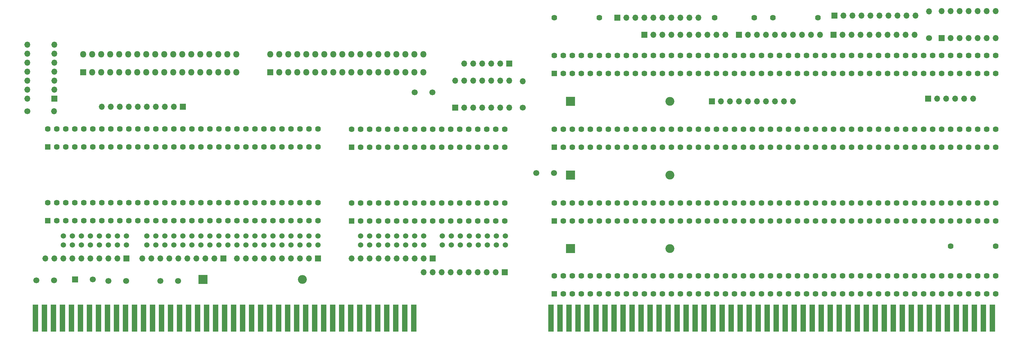
<source format=gbr>
G04 #@! TF.GenerationSoftware,KiCad,Pcbnew,(5.1.6)-1*
G04 #@! TF.CreationDate,2022-01-22T19:31:02+00:00*
G04 #@! TF.ProjectId,Daughterboard,44617567-6874-4657-9262-6f6172642e6b,rev?*
G04 #@! TF.SameCoordinates,Original*
G04 #@! TF.FileFunction,Soldermask,Bot*
G04 #@! TF.FilePolarity,Negative*
%FSLAX46Y46*%
G04 Gerber Fmt 4.6, Leading zero omitted, Abs format (unit mm)*
G04 Created by KiCad (PCBNEW (5.1.6)-1) date 2022-01-22 19:31:02*
%MOMM*%
%LPD*%
G01*
G04 APERTURE LIST*
%ADD10C,1.624000*%
%ADD11R,1.624000X1.624000*%
%ADD12R,1.700000X1.700000*%
%ADD13C,1.700000*%
%ADD14O,1.700000X1.700000*%
%ADD15R,1.800000X1.800000*%
%ADD16O,1.800000X1.800000*%
%ADD17O,2.500000X2.500000*%
%ADD18R,2.500000X2.500000*%
%ADD19R,1.624000X7.720000*%
%ADD20C,1.500000*%
G04 APERTURE END LIST*
D10*
G04 #@! TO.C,CN752*
X11811000Y-117475000D03*
X14351000Y-122555000D03*
X14351000Y-117475000D03*
D11*
X11811000Y-122555000D03*
D10*
X16891000Y-122555000D03*
X32131000Y-122555000D03*
X21971000Y-117475000D03*
X24511000Y-122555000D03*
X34671000Y-117475000D03*
X37211000Y-122555000D03*
X37211000Y-117475000D03*
X39751000Y-117475000D03*
X42291000Y-122555000D03*
X44831000Y-122555000D03*
X47371000Y-122555000D03*
X49911000Y-117475000D03*
X27051000Y-122555000D03*
X47371000Y-117475000D03*
X49911000Y-122555000D03*
X19431000Y-122555000D03*
X21971000Y-122555000D03*
X57531000Y-122555000D03*
X57531000Y-117475000D03*
X60071000Y-122555000D03*
X19431000Y-117475000D03*
X42291000Y-117475000D03*
X52451000Y-122555000D03*
X60071000Y-117475000D03*
X27051000Y-117475000D03*
X54991000Y-122555000D03*
X44831000Y-117475000D03*
X24511000Y-117475000D03*
X29591000Y-122555000D03*
X52451000Y-117475000D03*
X16891000Y-117475000D03*
X32131000Y-117475000D03*
X39751000Y-122555000D03*
X54991000Y-117475000D03*
X62611000Y-122555000D03*
X29591000Y-117475000D03*
X62611000Y-117475000D03*
X34671000Y-122555000D03*
X80391000Y-122555000D03*
X75311000Y-117475000D03*
X65151000Y-122555000D03*
X70231000Y-122555000D03*
X75311000Y-122555000D03*
X72771000Y-122555000D03*
X85471000Y-117475000D03*
X65151000Y-117475000D03*
X67691000Y-117475000D03*
X70231000Y-117475000D03*
X88011000Y-117475000D03*
X88011000Y-122555000D03*
X77851000Y-117475000D03*
X82931000Y-122555000D03*
X72771000Y-117475000D03*
X80391000Y-117475000D03*
X77851000Y-122555000D03*
X82931000Y-117475000D03*
X85471000Y-122555000D03*
X67691000Y-122555000D03*
G04 #@! TD*
G04 #@! TO.C,CN600*
X279146000Y-138176000D03*
X279146000Y-143256000D03*
X276606000Y-138176000D03*
X276606000Y-143256000D03*
X274066000Y-138176000D03*
X274066000Y-143256000D03*
X271526000Y-138176000D03*
X271526000Y-143256000D03*
X268986000Y-138176000D03*
X268986000Y-143256000D03*
X266446000Y-138176000D03*
X266446000Y-143256000D03*
X263906000Y-138176000D03*
X263906000Y-143256000D03*
X261366000Y-138176000D03*
X261366000Y-143256000D03*
X258826000Y-138176000D03*
X258826000Y-143256000D03*
X256286000Y-138176000D03*
X256286000Y-143256000D03*
X253746000Y-138176000D03*
X253746000Y-143256000D03*
X251206000Y-138176000D03*
X251206000Y-143256000D03*
X248666000Y-138176000D03*
X248666000Y-143256000D03*
X246126000Y-138176000D03*
X246126000Y-143256000D03*
X243586000Y-138176000D03*
X243586000Y-143256000D03*
X241046000Y-138176000D03*
X241046000Y-143256000D03*
X238506000Y-138176000D03*
X238506000Y-143256000D03*
X235966000Y-138176000D03*
X235966000Y-143256000D03*
X233426000Y-138176000D03*
X233426000Y-143256000D03*
X230886000Y-138176000D03*
X230886000Y-143256000D03*
X228346000Y-138176000D03*
X228346000Y-143256000D03*
X225806000Y-138176000D03*
X225806000Y-143256000D03*
X223266000Y-138176000D03*
X223266000Y-143256000D03*
X220726000Y-138176000D03*
X220726000Y-143256000D03*
X218186000Y-138176000D03*
X218186000Y-143256000D03*
X215646000Y-138176000D03*
X215646000Y-143256000D03*
X213106000Y-138176000D03*
X213106000Y-143256000D03*
X210566000Y-138176000D03*
X210566000Y-143256000D03*
X208026000Y-138176000D03*
X208026000Y-143256000D03*
X205486000Y-138176000D03*
X205486000Y-143256000D03*
X202946000Y-138176000D03*
X202946000Y-143256000D03*
X200406000Y-138176000D03*
X200406000Y-143256000D03*
X197866000Y-138176000D03*
X197866000Y-143256000D03*
X195326000Y-138176000D03*
X195326000Y-143256000D03*
X192786000Y-138176000D03*
X192786000Y-143256000D03*
X190246000Y-138176000D03*
X190246000Y-143256000D03*
X187706000Y-138176000D03*
X187706000Y-143256000D03*
X185166000Y-138176000D03*
X185166000Y-143256000D03*
X182626000Y-138176000D03*
X182626000Y-143256000D03*
X180086000Y-138176000D03*
X180086000Y-143256000D03*
X177546000Y-138176000D03*
X177546000Y-143256000D03*
X175006000Y-138176000D03*
X175006000Y-143256000D03*
X172466000Y-138176000D03*
X172466000Y-143256000D03*
X169926000Y-138176000D03*
X169926000Y-143256000D03*
X167386000Y-138176000D03*
X167386000Y-143256000D03*
X164846000Y-138176000D03*
X164846000Y-143256000D03*
X162306000Y-138176000D03*
X162306000Y-143256000D03*
X159766000Y-138176000D03*
X159766000Y-143256000D03*
X157226000Y-138176000D03*
X157226000Y-143256000D03*
X154686000Y-138176000D03*
D11*
X154686000Y-143256000D03*
G04 #@! TD*
D10*
G04 #@! TO.C,CN603*
X279146000Y-75946000D03*
X279146000Y-81026000D03*
X276606000Y-75946000D03*
X276606000Y-81026000D03*
X274066000Y-75946000D03*
X274066000Y-81026000D03*
X271526000Y-75946000D03*
X271526000Y-81026000D03*
X268986000Y-75946000D03*
X268986000Y-81026000D03*
X266446000Y-75946000D03*
X266446000Y-81026000D03*
X263906000Y-75946000D03*
X263906000Y-81026000D03*
X261366000Y-75946000D03*
X261366000Y-81026000D03*
X258826000Y-75946000D03*
X258826000Y-81026000D03*
X256286000Y-75946000D03*
X256286000Y-81026000D03*
X253746000Y-75946000D03*
X253746000Y-81026000D03*
X251206000Y-75946000D03*
X251206000Y-81026000D03*
X248666000Y-75946000D03*
X248666000Y-81026000D03*
X246126000Y-75946000D03*
X246126000Y-81026000D03*
X243586000Y-75946000D03*
X243586000Y-81026000D03*
X241046000Y-75946000D03*
X241046000Y-81026000D03*
X238506000Y-75946000D03*
X238506000Y-81026000D03*
X235966000Y-75946000D03*
X235966000Y-81026000D03*
X233426000Y-75946000D03*
X233426000Y-81026000D03*
X230886000Y-75946000D03*
X230886000Y-81026000D03*
X228346000Y-75946000D03*
X228346000Y-81026000D03*
X225806000Y-75946000D03*
X225806000Y-81026000D03*
X223266000Y-75946000D03*
X223266000Y-81026000D03*
X220726000Y-75946000D03*
X220726000Y-81026000D03*
X218186000Y-75946000D03*
X218186000Y-81026000D03*
X215646000Y-75946000D03*
X215646000Y-81026000D03*
X213106000Y-75946000D03*
X213106000Y-81026000D03*
X210566000Y-75946000D03*
X210566000Y-81026000D03*
X208026000Y-75946000D03*
X208026000Y-81026000D03*
X205486000Y-75946000D03*
X205486000Y-81026000D03*
X202946000Y-75946000D03*
X202946000Y-81026000D03*
X200406000Y-75946000D03*
X200406000Y-81026000D03*
X197866000Y-75946000D03*
X197866000Y-81026000D03*
X195326000Y-75946000D03*
X195326000Y-81026000D03*
X192786000Y-75946000D03*
X192786000Y-81026000D03*
X190246000Y-75946000D03*
X190246000Y-81026000D03*
X187706000Y-75946000D03*
X187706000Y-81026000D03*
X185166000Y-75946000D03*
X185166000Y-81026000D03*
X182626000Y-75946000D03*
X182626000Y-81026000D03*
X180086000Y-75946000D03*
X180086000Y-81026000D03*
X177546000Y-75946000D03*
X177546000Y-81026000D03*
X175006000Y-75946000D03*
X175006000Y-81026000D03*
X172466000Y-75946000D03*
X172466000Y-81026000D03*
X169926000Y-75946000D03*
X169926000Y-81026000D03*
X167386000Y-75946000D03*
X167386000Y-81026000D03*
X164846000Y-75946000D03*
X164846000Y-81026000D03*
X162306000Y-75946000D03*
X162306000Y-81026000D03*
X159766000Y-75946000D03*
X159766000Y-81026000D03*
X157226000Y-75946000D03*
X157226000Y-81026000D03*
X154686000Y-75946000D03*
D11*
X154686000Y-81026000D03*
G04 #@! TD*
D12*
G04 #@! TO.C,C751*
X19558000Y-139192000D03*
D13*
X24558000Y-139192000D03*
G04 #@! TD*
D10*
G04 #@! TO.C,CN755*
X130556000Y-122682000D03*
X125476000Y-117602000D03*
X107696000Y-117602000D03*
X110236000Y-117602000D03*
X122936000Y-117602000D03*
X102616000Y-117602000D03*
X135636000Y-117602000D03*
X120396000Y-117602000D03*
X110236000Y-122682000D03*
X115316000Y-117602000D03*
X138176000Y-122682000D03*
X130556000Y-117602000D03*
X105156000Y-117602000D03*
X128016000Y-117602000D03*
X135636000Y-122682000D03*
X138176000Y-117602000D03*
X120396000Y-122682000D03*
X117856000Y-117602000D03*
X128016000Y-122682000D03*
X122936000Y-122682000D03*
X125476000Y-122682000D03*
X107696000Y-122682000D03*
X112776000Y-117602000D03*
X133096000Y-117602000D03*
X140716000Y-117602000D03*
X115316000Y-122682000D03*
X140716000Y-122682000D03*
X105156000Y-122682000D03*
X112776000Y-122682000D03*
X133096000Y-122682000D03*
X117856000Y-122682000D03*
X102616000Y-122682000D03*
X100076000Y-122682000D03*
X100076000Y-117602000D03*
X97536000Y-117602000D03*
D11*
X97536000Y-122682000D03*
G04 #@! TD*
D14*
G04 #@! TO.C,RP752*
X117856000Y-137160000D03*
X120396000Y-137160000D03*
X122936000Y-137160000D03*
X125476000Y-137160000D03*
X128016000Y-137160000D03*
X130556000Y-137160000D03*
X133096000Y-137160000D03*
X135636000Y-137160000D03*
X138176000Y-137160000D03*
D12*
X140716000Y-137160000D03*
G04 #@! TD*
D14*
G04 #@! TO.C,RP753*
X97536000Y-133223000D03*
X100076000Y-133223000D03*
X102616000Y-133223000D03*
X105156000Y-133223000D03*
X107696000Y-133223000D03*
X110236000Y-133223000D03*
X112776000Y-133223000D03*
X115316000Y-133223000D03*
X117856000Y-133223000D03*
D12*
X120396000Y-133223000D03*
G04 #@! TD*
D13*
G04 #@! TO.C,C458*
X33956000Y-139573000D03*
X28956000Y-139573000D03*
G04 #@! TD*
G04 #@! TO.C,C752*
X13636000Y-139446000D03*
X8636000Y-139446000D03*
G04 #@! TD*
G04 #@! TO.C,C753*
X48561000Y-139573000D03*
X43561000Y-139573000D03*
G04 #@! TD*
G04 #@! TO.C,C754*
X154606000Y-109093000D03*
X149606000Y-109093000D03*
G04 #@! TD*
G04 #@! TO.C,C849*
X120316000Y-86360000D03*
X115316000Y-86360000D03*
G04 #@! TD*
D15*
G04 #@! TO.C,CN451*
X21844000Y-80645000D03*
D16*
X47244000Y-75565000D03*
X54864000Y-80645000D03*
X49784000Y-80645000D03*
X52324000Y-80645000D03*
X62484000Y-75565000D03*
X44704000Y-80645000D03*
X59944000Y-75565000D03*
X26924000Y-80645000D03*
X47244000Y-80645000D03*
X62484000Y-80645000D03*
X34544000Y-80645000D03*
X65024000Y-75565000D03*
X26924000Y-75565000D03*
X42164000Y-75565000D03*
X29464000Y-75565000D03*
X44704000Y-75565000D03*
X21844000Y-75565000D03*
X37084000Y-75565000D03*
X24384000Y-80645000D03*
X39624000Y-80645000D03*
X49784000Y-75565000D03*
X29464000Y-80645000D03*
X42164000Y-80645000D03*
X59944000Y-80645000D03*
X65024000Y-80645000D03*
X39624000Y-75565000D03*
X57404000Y-80645000D03*
X57404000Y-75565000D03*
X52324000Y-75565000D03*
X37084000Y-80645000D03*
X32004000Y-80645000D03*
X54864000Y-75565000D03*
X24384000Y-75565000D03*
X32004000Y-75565000D03*
X34544000Y-75565000D03*
G04 #@! TD*
D15*
G04 #@! TO.C,CN452*
X74549000Y-80645000D03*
D16*
X99949000Y-75565000D03*
X107569000Y-80645000D03*
X102489000Y-80645000D03*
X105029000Y-80645000D03*
X115189000Y-75565000D03*
X97409000Y-80645000D03*
X112649000Y-75565000D03*
X79629000Y-80645000D03*
X99949000Y-80645000D03*
X115189000Y-80645000D03*
X87249000Y-80645000D03*
X117729000Y-75565000D03*
X79629000Y-75565000D03*
X94869000Y-75565000D03*
X82169000Y-75565000D03*
X97409000Y-75565000D03*
X74549000Y-75565000D03*
X89789000Y-75565000D03*
X77089000Y-80645000D03*
X92329000Y-80645000D03*
X102489000Y-75565000D03*
X82169000Y-80645000D03*
X94869000Y-80645000D03*
X112649000Y-80645000D03*
X117729000Y-80645000D03*
X92329000Y-75565000D03*
X110109000Y-80645000D03*
X110109000Y-75565000D03*
X105029000Y-75565000D03*
X89789000Y-80645000D03*
X84709000Y-80645000D03*
X107569000Y-75565000D03*
X77089000Y-75565000D03*
X84709000Y-75565000D03*
X87249000Y-75565000D03*
G04 #@! TD*
D10*
G04 #@! TO.C,CN751*
X11811000Y-96647000D03*
X14351000Y-101727000D03*
X14351000Y-96647000D03*
D11*
X11811000Y-101727000D03*
D10*
X16891000Y-101727000D03*
X32131000Y-101727000D03*
X21971000Y-96647000D03*
X24511000Y-101727000D03*
X34671000Y-96647000D03*
X37211000Y-101727000D03*
X37211000Y-96647000D03*
X39751000Y-96647000D03*
X42291000Y-101727000D03*
X44831000Y-101727000D03*
X47371000Y-101727000D03*
X49911000Y-96647000D03*
X27051000Y-101727000D03*
X47371000Y-96647000D03*
X49911000Y-101727000D03*
X19431000Y-101727000D03*
X21971000Y-101727000D03*
X57531000Y-101727000D03*
X57531000Y-96647000D03*
X60071000Y-101727000D03*
X19431000Y-96647000D03*
X42291000Y-96647000D03*
X52451000Y-101727000D03*
X60071000Y-96647000D03*
X27051000Y-96647000D03*
X54991000Y-101727000D03*
X44831000Y-96647000D03*
X24511000Y-96647000D03*
X29591000Y-101727000D03*
X52451000Y-96647000D03*
X16891000Y-96647000D03*
X32131000Y-96647000D03*
X39751000Y-101727000D03*
X54991000Y-96647000D03*
X62611000Y-101727000D03*
X29591000Y-96647000D03*
X62611000Y-96647000D03*
X34671000Y-101727000D03*
X80391000Y-101727000D03*
X75311000Y-96647000D03*
X65151000Y-101727000D03*
X70231000Y-101727000D03*
X75311000Y-101727000D03*
X72771000Y-101727000D03*
X85471000Y-96647000D03*
X65151000Y-96647000D03*
X67691000Y-96647000D03*
X70231000Y-96647000D03*
X88011000Y-96647000D03*
X88011000Y-101727000D03*
X77851000Y-96647000D03*
X82931000Y-101727000D03*
X72771000Y-96647000D03*
X80391000Y-96647000D03*
X77851000Y-101727000D03*
X82931000Y-96647000D03*
X85471000Y-101727000D03*
X67691000Y-101727000D03*
G04 #@! TD*
G04 #@! TO.C,CN754*
X130556000Y-101854000D03*
X125476000Y-96774000D03*
X107696000Y-96774000D03*
X110236000Y-96774000D03*
X122936000Y-96774000D03*
X102616000Y-96774000D03*
X135636000Y-96774000D03*
X120396000Y-96774000D03*
X110236000Y-101854000D03*
X115316000Y-96774000D03*
X138176000Y-101854000D03*
X130556000Y-96774000D03*
X105156000Y-96774000D03*
X128016000Y-96774000D03*
X135636000Y-101854000D03*
X138176000Y-96774000D03*
X120396000Y-101854000D03*
X117856000Y-96774000D03*
X128016000Y-101854000D03*
X122936000Y-101854000D03*
X125476000Y-101854000D03*
X107696000Y-101854000D03*
X112776000Y-96774000D03*
X133096000Y-96774000D03*
X140716000Y-96774000D03*
X115316000Y-101854000D03*
X140716000Y-101854000D03*
X105156000Y-101854000D03*
X112776000Y-101854000D03*
X133096000Y-101854000D03*
X117856000Y-101854000D03*
X102616000Y-101854000D03*
X100076000Y-101854000D03*
X100076000Y-96774000D03*
X97536000Y-96774000D03*
D11*
X97536000Y-101854000D03*
G04 #@! TD*
D10*
G04 #@! TO.C,CN602*
X279146000Y-96774000D03*
X279146000Y-101854000D03*
X276606000Y-96774000D03*
X276606000Y-101854000D03*
X274066000Y-96774000D03*
X274066000Y-101854000D03*
X271526000Y-96774000D03*
X271526000Y-101854000D03*
X268986000Y-96774000D03*
X268986000Y-101854000D03*
X266446000Y-96774000D03*
X266446000Y-101854000D03*
X263906000Y-96774000D03*
X263906000Y-101854000D03*
X261366000Y-96774000D03*
X261366000Y-101854000D03*
X258826000Y-96774000D03*
X258826000Y-101854000D03*
X256286000Y-96774000D03*
X256286000Y-101854000D03*
X253746000Y-96774000D03*
X253746000Y-101854000D03*
X251206000Y-96774000D03*
X251206000Y-101854000D03*
X248666000Y-96774000D03*
X248666000Y-101854000D03*
X246126000Y-96774000D03*
X246126000Y-101854000D03*
X243586000Y-96774000D03*
X243586000Y-101854000D03*
X241046000Y-96774000D03*
X241046000Y-101854000D03*
X238506000Y-96774000D03*
X238506000Y-101854000D03*
X235966000Y-96774000D03*
X235966000Y-101854000D03*
X233426000Y-96774000D03*
X233426000Y-101854000D03*
X230886000Y-96774000D03*
X230886000Y-101854000D03*
X228346000Y-96774000D03*
X228346000Y-101854000D03*
X225806000Y-96774000D03*
X225806000Y-101854000D03*
X223266000Y-96774000D03*
X223266000Y-101854000D03*
X220726000Y-96774000D03*
X220726000Y-101854000D03*
X218186000Y-96774000D03*
X218186000Y-101854000D03*
X215646000Y-96774000D03*
X215646000Y-101854000D03*
X213106000Y-96774000D03*
X213106000Y-101854000D03*
X210566000Y-96774000D03*
X210566000Y-101854000D03*
X208026000Y-96774000D03*
X208026000Y-101854000D03*
X205486000Y-96774000D03*
X205486000Y-101854000D03*
X202946000Y-96774000D03*
X202946000Y-101854000D03*
X200406000Y-96774000D03*
X200406000Y-101854000D03*
X197866000Y-96774000D03*
X197866000Y-101854000D03*
X195326000Y-96774000D03*
X195326000Y-101854000D03*
X192786000Y-96774000D03*
X192786000Y-101854000D03*
X190246000Y-96774000D03*
X190246000Y-101854000D03*
X187706000Y-96774000D03*
X187706000Y-101854000D03*
X185166000Y-96774000D03*
X185166000Y-101854000D03*
X182626000Y-96774000D03*
X182626000Y-101854000D03*
X180086000Y-96774000D03*
X180086000Y-101854000D03*
X177546000Y-96774000D03*
X177546000Y-101854000D03*
X175006000Y-96774000D03*
X175006000Y-101854000D03*
X172466000Y-96774000D03*
X172466000Y-101854000D03*
X169926000Y-96774000D03*
X169926000Y-101854000D03*
X167386000Y-96774000D03*
X167386000Y-101854000D03*
X164846000Y-96774000D03*
X164846000Y-101854000D03*
X162306000Y-96774000D03*
X162306000Y-101854000D03*
X159766000Y-96774000D03*
X159766000Y-101854000D03*
X157226000Y-96774000D03*
X157226000Y-101854000D03*
X154686000Y-96774000D03*
D11*
X154686000Y-101854000D03*
G04 #@! TD*
D10*
G04 #@! TO.C,CN601*
X279146000Y-117602000D03*
X279146000Y-122682000D03*
X276606000Y-117602000D03*
X276606000Y-122682000D03*
X274066000Y-117602000D03*
X274066000Y-122682000D03*
X271526000Y-117602000D03*
X271526000Y-122682000D03*
X268986000Y-117602000D03*
X268986000Y-122682000D03*
X266446000Y-117602000D03*
X266446000Y-122682000D03*
X263906000Y-117602000D03*
X263906000Y-122682000D03*
X261366000Y-117602000D03*
X261366000Y-122682000D03*
X258826000Y-117602000D03*
X258826000Y-122682000D03*
X256286000Y-117602000D03*
X256286000Y-122682000D03*
X253746000Y-117602000D03*
X253746000Y-122682000D03*
X251206000Y-117602000D03*
X251206000Y-122682000D03*
X248666000Y-117602000D03*
X248666000Y-122682000D03*
X246126000Y-117602000D03*
X246126000Y-122682000D03*
X243586000Y-117602000D03*
X243586000Y-122682000D03*
X241046000Y-117602000D03*
X241046000Y-122682000D03*
X238506000Y-117602000D03*
X238506000Y-122682000D03*
X235966000Y-117602000D03*
X235966000Y-122682000D03*
X233426000Y-117602000D03*
X233426000Y-122682000D03*
X230886000Y-117602000D03*
X230886000Y-122682000D03*
X228346000Y-117602000D03*
X228346000Y-122682000D03*
X225806000Y-117602000D03*
X225806000Y-122682000D03*
X223266000Y-117602000D03*
X223266000Y-122682000D03*
X220726000Y-117602000D03*
X220726000Y-122682000D03*
X218186000Y-117602000D03*
X218186000Y-122682000D03*
X215646000Y-117602000D03*
X215646000Y-122682000D03*
X213106000Y-117602000D03*
X213106000Y-122682000D03*
X210566000Y-117602000D03*
X210566000Y-122682000D03*
X208026000Y-117602000D03*
X208026000Y-122682000D03*
X205486000Y-117602000D03*
X205486000Y-122682000D03*
X202946000Y-117602000D03*
X202946000Y-122682000D03*
X200406000Y-117602000D03*
X200406000Y-122682000D03*
X197866000Y-117602000D03*
X197866000Y-122682000D03*
X195326000Y-117602000D03*
X195326000Y-122682000D03*
X192786000Y-117602000D03*
X192786000Y-122682000D03*
X190246000Y-117602000D03*
X190246000Y-122682000D03*
X187706000Y-117602000D03*
X187706000Y-122682000D03*
X185166000Y-117602000D03*
X185166000Y-122682000D03*
X182626000Y-117602000D03*
X182626000Y-122682000D03*
X180086000Y-117602000D03*
X180086000Y-122682000D03*
X177546000Y-117602000D03*
X177546000Y-122682000D03*
X175006000Y-117602000D03*
X175006000Y-122682000D03*
X172466000Y-117602000D03*
X172466000Y-122682000D03*
X169926000Y-117602000D03*
X169926000Y-122682000D03*
X167386000Y-117602000D03*
X167386000Y-122682000D03*
X164846000Y-117602000D03*
X164846000Y-122682000D03*
X162306000Y-117602000D03*
X162306000Y-122682000D03*
X159766000Y-117602000D03*
X159766000Y-122682000D03*
X157226000Y-117602000D03*
X157226000Y-122682000D03*
X154686000Y-117602000D03*
D11*
X154686000Y-122682000D03*
G04 #@! TD*
D10*
G04 #@! TO.C,R601*
X167386000Y-65278000D03*
X154686000Y-65278000D03*
G04 #@! TD*
G04 #@! TO.C,R603*
X228981000Y-65278000D03*
X216281000Y-65278000D03*
G04 #@! TD*
D17*
G04 #@! TO.C,C602*
X187258000Y-109728000D03*
D18*
X159258000Y-109728000D03*
G04 #@! TD*
D17*
G04 #@! TO.C,C603*
X187258000Y-88900000D03*
D18*
X159258000Y-88900000D03*
G04 #@! TD*
D10*
G04 #@! TO.C,R602*
X266446000Y-129794000D03*
X279146000Y-129794000D03*
G04 #@! TD*
D17*
G04 #@! TO.C,C601*
X187258000Y-130429000D03*
D18*
X159258000Y-130429000D03*
G04 #@! TD*
D19*
G04 #@! TO.C,EDGE1*
X278193500Y-150114000D03*
X275653500Y-150114000D03*
X273113500Y-150114000D03*
X270573500Y-150114000D03*
X268033500Y-150114000D03*
X265493500Y-150114000D03*
X262953500Y-150114000D03*
X260413500Y-150114000D03*
X257873500Y-150114000D03*
X255333500Y-150114000D03*
X252793500Y-150114000D03*
X250253500Y-150114000D03*
X247713500Y-150114000D03*
X245173500Y-150114000D03*
X242633500Y-150114000D03*
X240093500Y-150114000D03*
X237553500Y-150114000D03*
X235013500Y-150114000D03*
X232473500Y-150114000D03*
X229933500Y-150114000D03*
X227393500Y-150114000D03*
X224853500Y-150114000D03*
X222313500Y-150114000D03*
X219773500Y-150114000D03*
X217233500Y-150114000D03*
X214693500Y-150114000D03*
X212153500Y-150114000D03*
X209613500Y-150114000D03*
X207073500Y-150114000D03*
X204533500Y-150114000D03*
X201993500Y-150114000D03*
X199453500Y-150114000D03*
X196913500Y-150114000D03*
X194373500Y-150114000D03*
X191833500Y-150114000D03*
X189293500Y-150114000D03*
X186753500Y-150114000D03*
X184213500Y-150114000D03*
X181673500Y-150114000D03*
X179133500Y-150114000D03*
X176593500Y-150114000D03*
X174053500Y-150114000D03*
X171513500Y-150114000D03*
X168973500Y-150114000D03*
X166433500Y-150114000D03*
X163893500Y-150114000D03*
X161353500Y-150114000D03*
X158813500Y-150114000D03*
X156273500Y-150114000D03*
X153733500Y-150114000D03*
G04 #@! TD*
D12*
G04 #@! TO.C,U600*
X126746000Y-90678000D03*
D14*
X141986000Y-83058000D03*
X129286000Y-90678000D03*
X139446000Y-83058000D03*
X131826000Y-90678000D03*
X136906000Y-83058000D03*
X134366000Y-90678000D03*
X134366000Y-83058000D03*
X136906000Y-90678000D03*
X131826000Y-83058000D03*
X139446000Y-90678000D03*
X129286000Y-83058000D03*
X141986000Y-90678000D03*
X126746000Y-83058000D03*
G04 #@! TD*
D20*
G04 #@! TO.C,C784*
X100076000Y-126913000D03*
X100076000Y-129413000D03*
G04 #@! TD*
G04 #@! TO.C,C785*
X102616000Y-126913000D03*
X102616000Y-129413000D03*
G04 #@! TD*
G04 #@! TO.C,C788*
X110236000Y-126913000D03*
X110236000Y-129413000D03*
G04 #@! TD*
G04 #@! TO.C,C786*
X105156000Y-126913000D03*
X105156000Y-129413000D03*
G04 #@! TD*
G04 #@! TO.C,C787*
X107696000Y-126913000D03*
X107696000Y-129413000D03*
G04 #@! TD*
G04 #@! TO.C,C789*
X112776000Y-126913000D03*
X112776000Y-129413000D03*
G04 #@! TD*
G04 #@! TO.C,C790*
X115316000Y-126913000D03*
X115316000Y-129413000D03*
G04 #@! TD*
G04 #@! TO.C,C793*
X125603000Y-126913000D03*
X125603000Y-129413000D03*
G04 #@! TD*
G04 #@! TO.C,C794*
X128143000Y-126913000D03*
X128143000Y-129413000D03*
G04 #@! TD*
G04 #@! TO.C,C792*
X123063000Y-126913000D03*
X123063000Y-129413000D03*
G04 #@! TD*
G04 #@! TO.C,C795*
X130683000Y-126913000D03*
X130683000Y-129413000D03*
G04 #@! TD*
G04 #@! TO.C,C756*
X88011000Y-126913000D03*
X88011000Y-129413000D03*
G04 #@! TD*
G04 #@! TO.C,C757*
X85471000Y-126913000D03*
X85471000Y-129413000D03*
G04 #@! TD*
G04 #@! TO.C,C758*
X82931000Y-126913000D03*
X82931000Y-129413000D03*
G04 #@! TD*
G04 #@! TO.C,C759*
X80391000Y-126913000D03*
X80391000Y-129413000D03*
G04 #@! TD*
G04 #@! TO.C,C760*
X77851000Y-126913000D03*
X77851000Y-129413000D03*
G04 #@! TD*
G04 #@! TO.C,C761*
X75311000Y-126913000D03*
X75311000Y-129413000D03*
G04 #@! TD*
G04 #@! TO.C,C762*
X72771000Y-126913000D03*
X72771000Y-129413000D03*
G04 #@! TD*
G04 #@! TO.C,C763*
X70231000Y-126913000D03*
X70231000Y-129413000D03*
G04 #@! TD*
G04 #@! TO.C,C764*
X67691000Y-126913000D03*
X67691000Y-129413000D03*
G04 #@! TD*
G04 #@! TO.C,C765*
X65151000Y-126913000D03*
X65151000Y-129413000D03*
G04 #@! TD*
G04 #@! TO.C,C766*
X62611000Y-126913000D03*
X62611000Y-129413000D03*
G04 #@! TD*
G04 #@! TO.C,C767*
X60071000Y-126913000D03*
X60071000Y-129413000D03*
G04 #@! TD*
G04 #@! TO.C,C768*
X57531000Y-126913000D03*
X57531000Y-129413000D03*
G04 #@! TD*
G04 #@! TO.C,C769*
X54991000Y-126913000D03*
X54991000Y-129413000D03*
G04 #@! TD*
G04 #@! TO.C,C770*
X52451000Y-126913000D03*
X52451000Y-129413000D03*
G04 #@! TD*
G04 #@! TO.C,C771*
X49911000Y-126913000D03*
X49911000Y-129413000D03*
G04 #@! TD*
G04 #@! TO.C,C772*
X47371000Y-126913000D03*
X47371000Y-129413000D03*
G04 #@! TD*
G04 #@! TO.C,C773*
X44831000Y-126913000D03*
X44831000Y-129413000D03*
G04 #@! TD*
G04 #@! TO.C,C774*
X42291000Y-126913000D03*
X42291000Y-129413000D03*
G04 #@! TD*
G04 #@! TO.C,C775*
X39751000Y-126913000D03*
X39751000Y-129413000D03*
G04 #@! TD*
G04 #@! TO.C,C776*
X34036000Y-126913000D03*
X34036000Y-129413000D03*
G04 #@! TD*
G04 #@! TO.C,C777*
X31496000Y-126913000D03*
X31496000Y-129413000D03*
G04 #@! TD*
G04 #@! TO.C,C778*
X28956000Y-126913000D03*
X28956000Y-129413000D03*
G04 #@! TD*
G04 #@! TO.C,C779*
X26416000Y-126913000D03*
X26416000Y-129413000D03*
G04 #@! TD*
G04 #@! TO.C,C780*
X23876000Y-126913000D03*
X23876000Y-129413000D03*
G04 #@! TD*
G04 #@! TO.C,C781*
X21336000Y-126913000D03*
X21336000Y-129413000D03*
G04 #@! TD*
G04 #@! TO.C,C782*
X18796000Y-126913000D03*
X18796000Y-129413000D03*
G04 #@! TD*
G04 #@! TO.C,C783*
X16256000Y-126913000D03*
X16256000Y-129413000D03*
G04 #@! TD*
G04 #@! TO.C,C791*
X117856000Y-126913000D03*
X117856000Y-129413000D03*
G04 #@! TD*
G04 #@! TO.C,C796*
X133223000Y-126913000D03*
X133223000Y-129413000D03*
G04 #@! TD*
G04 #@! TO.C,C797*
X135763000Y-126913000D03*
X135763000Y-129413000D03*
G04 #@! TD*
G04 #@! TO.C,C798*
X138303000Y-126913000D03*
X138303000Y-129413000D03*
G04 #@! TD*
G04 #@! TO.C,C799*
X140843000Y-126913000D03*
X140843000Y-129413000D03*
G04 #@! TD*
D12*
G04 #@! TO.C,U601*
X263906000Y-70993000D03*
D14*
X279146000Y-63373000D03*
X266446000Y-70993000D03*
X276606000Y-63373000D03*
X268986000Y-70993000D03*
X274066000Y-63373000D03*
X271526000Y-70993000D03*
X271526000Y-63373000D03*
X274066000Y-70993000D03*
X268986000Y-63373000D03*
X276606000Y-70993000D03*
X266446000Y-63373000D03*
X279146000Y-70993000D03*
X263906000Y-63373000D03*
G04 #@! TD*
G04 #@! TO.C,RP608*
X272796000Y-88138000D03*
X270256000Y-88138000D03*
X267716000Y-88138000D03*
X265176000Y-88138000D03*
X262636000Y-88138000D03*
D12*
X260096000Y-88138000D03*
G04 #@! TD*
D17*
G04 #@! TO.C,C600*
X83626000Y-139192000D03*
D18*
X55626000Y-139192000D03*
G04 #@! TD*
D10*
G04 #@! TO.C,R600*
X199898000Y-65278000D03*
X211074000Y-65278000D03*
G04 #@! TD*
D14*
G04 #@! TO.C,RP603*
X202946000Y-70104000D03*
X200406000Y-70104000D03*
X197866000Y-70104000D03*
X195326000Y-70104000D03*
X192786000Y-70104000D03*
X190246000Y-70104000D03*
X187706000Y-70104000D03*
X185166000Y-70104000D03*
X182626000Y-70104000D03*
D12*
X180086000Y-70104000D03*
G04 #@! TD*
D14*
G04 #@! TO.C,RP602*
X195326000Y-65278000D03*
X192786000Y-65278000D03*
X190246000Y-65278000D03*
X187706000Y-65278000D03*
X185166000Y-65278000D03*
X182626000Y-65278000D03*
X180086000Y-65278000D03*
X177546000Y-65278000D03*
X175006000Y-65278000D03*
D12*
X172466000Y-65278000D03*
G04 #@! TD*
D19*
G04 #@! TO.C,EDGE2*
X115062000Y-150114000D03*
X112522000Y-150114000D03*
X109982000Y-150114000D03*
X107442000Y-150114000D03*
X104902000Y-150114000D03*
X102362000Y-150114000D03*
X99822000Y-150114000D03*
X97282000Y-150114000D03*
X94742000Y-150114000D03*
X92202000Y-150114000D03*
X89662000Y-150114000D03*
X87122000Y-150114000D03*
X84582000Y-150114000D03*
X82042000Y-150114000D03*
X79502000Y-150114000D03*
X76962000Y-150114000D03*
X74422000Y-150114000D03*
X71882000Y-150114000D03*
X69342000Y-150114000D03*
X66802000Y-150114000D03*
X64262000Y-150114000D03*
X61722000Y-150114000D03*
X59182000Y-150114000D03*
X56642000Y-150114000D03*
X54102000Y-150114000D03*
X51562000Y-150114000D03*
X49022000Y-150114000D03*
X46482000Y-150114000D03*
X43942000Y-150114000D03*
X41402000Y-150114000D03*
X38862000Y-150114000D03*
X36322000Y-150114000D03*
X33782000Y-150114000D03*
X31242000Y-150114000D03*
X28702000Y-150114000D03*
X26162000Y-150114000D03*
X23622000Y-150114000D03*
X21082000Y-150114000D03*
X18542000Y-150114000D03*
X16002000Y-150114000D03*
X13462000Y-150114000D03*
X10922000Y-150114000D03*
X8382000Y-150114000D03*
G04 #@! TD*
D13*
G04 #@! TO.C,C1*
X6096000Y-91694000D03*
D14*
X13596000Y-91694000D03*
G04 #@! TD*
G04 #@! TO.C,C604*
X260350000Y-63493000D03*
D13*
X260350000Y-70993000D03*
G04 #@! TD*
G04 #@! TO.C,C606*
X145796000Y-90678000D03*
D14*
X145796000Y-83178000D03*
G04 #@! TD*
D12*
G04 #@! TO.C,RP604*
X199136000Y-88900000D03*
D14*
X201676000Y-88900000D03*
X204216000Y-88900000D03*
X206756000Y-88900000D03*
X209296000Y-88900000D03*
X211836000Y-88900000D03*
X214376000Y-88900000D03*
X216916000Y-88900000D03*
X219456000Y-88900000D03*
X221996000Y-88900000D03*
G04 #@! TD*
G04 #@! TO.C,RP605*
X229616000Y-70104000D03*
X227076000Y-70104000D03*
X224536000Y-70104000D03*
X221996000Y-70104000D03*
X219456000Y-70104000D03*
X216916000Y-70104000D03*
X214376000Y-70104000D03*
X211836000Y-70104000D03*
X209296000Y-70104000D03*
D12*
X206756000Y-70104000D03*
G04 #@! TD*
G04 #@! TO.C,RP606*
X233426000Y-70104000D03*
D14*
X235966000Y-70104000D03*
X238506000Y-70104000D03*
X241046000Y-70104000D03*
X243586000Y-70104000D03*
X246126000Y-70104000D03*
X248666000Y-70104000D03*
X251206000Y-70104000D03*
X253746000Y-70104000D03*
X256286000Y-70104000D03*
G04 #@! TD*
D12*
G04 #@! TO.C,RP607*
X233680000Y-64643000D03*
D14*
X236220000Y-64643000D03*
X238760000Y-64643000D03*
X241300000Y-64643000D03*
X243840000Y-64643000D03*
X246380000Y-64643000D03*
X248920000Y-64643000D03*
X251460000Y-64643000D03*
X254000000Y-64643000D03*
X256540000Y-64643000D03*
G04 #@! TD*
D12*
G04 #@! TO.C,RP611*
X141986000Y-78232000D03*
D14*
X139446000Y-78232000D03*
X136906000Y-78232000D03*
X134366000Y-78232000D03*
X131826000Y-78232000D03*
X129286000Y-78232000D03*
G04 #@! TD*
G04 #@! TO.C,RP751*
X27051000Y-90424000D03*
X29591000Y-90424000D03*
X32131000Y-90424000D03*
X34671000Y-90424000D03*
X37211000Y-90424000D03*
X39751000Y-90424000D03*
X42291000Y-90424000D03*
X44831000Y-90424000D03*
X47371000Y-90424000D03*
D12*
X49911000Y-90424000D03*
G04 #@! TD*
D14*
G04 #@! TO.C,RP754*
X11176000Y-133223000D03*
X13716000Y-133223000D03*
X16256000Y-133223000D03*
X18796000Y-133223000D03*
X21336000Y-133223000D03*
X23876000Y-133223000D03*
X26416000Y-133223000D03*
X28956000Y-133223000D03*
X31496000Y-133223000D03*
D12*
X34036000Y-133223000D03*
G04 #@! TD*
G04 #@! TO.C,RP755*
X61341000Y-133223000D03*
D14*
X58801000Y-133223000D03*
X56261000Y-133223000D03*
X53721000Y-133223000D03*
X51181000Y-133223000D03*
X48641000Y-133223000D03*
X46101000Y-133223000D03*
X43561000Y-133223000D03*
X41021000Y-133223000D03*
X38481000Y-133223000D03*
G04 #@! TD*
D12*
G04 #@! TO.C,RP756*
X88011000Y-133223000D03*
D14*
X85471000Y-133223000D03*
X82931000Y-133223000D03*
X80391000Y-133223000D03*
X77851000Y-133223000D03*
X75311000Y-133223000D03*
X72771000Y-133223000D03*
X70231000Y-133223000D03*
X67691000Y-133223000D03*
X65151000Y-133223000D03*
G04 #@! TD*
G04 #@! TO.C,U1*
X6096000Y-88138000D03*
X13716000Y-72898000D03*
X6096000Y-85598000D03*
X13716000Y-75438000D03*
X6096000Y-83058000D03*
X13716000Y-77978000D03*
X6096000Y-80518000D03*
X13716000Y-80518000D03*
X6096000Y-77978000D03*
X13716000Y-83058000D03*
X6096000Y-75438000D03*
X13716000Y-85598000D03*
X6096000Y-72898000D03*
D12*
X13716000Y-88138000D03*
G04 #@! TD*
M02*

</source>
